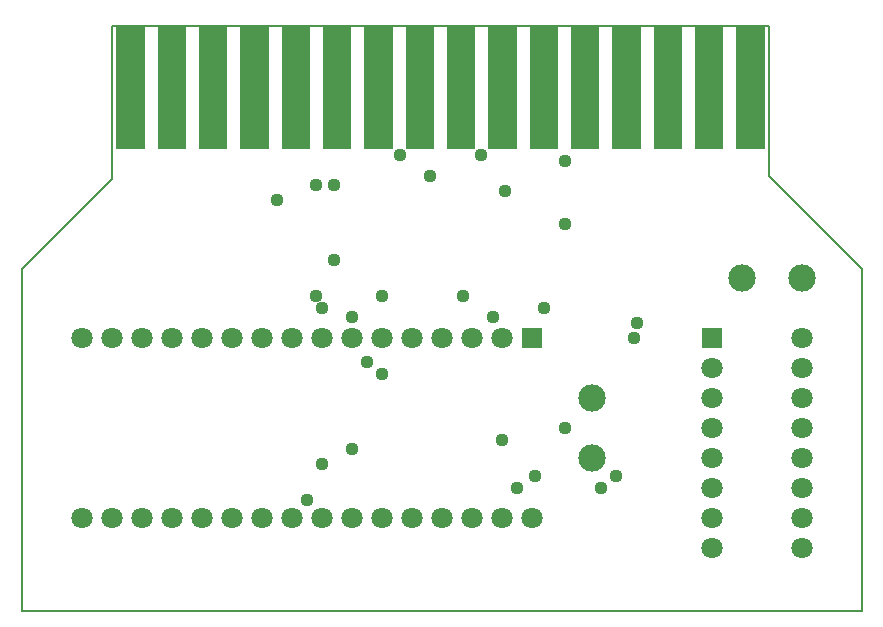
<source format=gts>
G04 FreePCB version 1.200*
G04 \\DISKSTATION\museum\Computers\RK86\Clones\Apogey BK-01\RomDisk\My\CAM\top_mask.grb*
G04  layer *
G04 Scale: 100 percent, Rotated: No, Reflected: No *
%FSLAX26Y26*%
%MOIN*%
%LNTop*%
%ADD10C,0.005000*%
%ADD11R,0.071000X0.071000*%
%ADD12C,0.071000*%
%ADD13C,0.091000*%
%ADD14C,0.044000*%
%ADD15C,0.016000*%
G90*
G70D02*

G04 ----------------------- Draw board outline (positive)*
%LPD*%
G54D10*
G01X2310000Y4140000D02*
G01X4490000Y4140000D01*
G04 end of side 1*
G01X4490000Y3640000D01*
G04 end of side 2*
G01X4800000Y3330000D01*
G04 end of side 3*
G01X4800000Y2190000D01*
G04 end of side 4*
G01X2000000Y2190000D01*
G04 end of side 5*
G01X2000000Y3330000D01*
G04 end of side 6*
G01X2300000Y3630000D01*
G04 end of side 7*
G01X2300000Y4140000D01*
G04 end of side 8*
G01X2320000Y4140000D01*
G04 end of side 9*
G01X2310000Y4140000D01*

G04 -------------- Draw Parts, Pads, Traces, Vias and Text (positive)*
%LPD*%
G04 Draw part D1*
G54D11*
G01X3700000Y3100000D03*
G54D12*
G01X3600000Y3100000D03*
G01X3500000Y3100000D03*
G01X3400000Y3100000D03*
G01X3300000Y3100000D03*
G01X3200000Y3100000D03*
G01X3100000Y3100000D03*
G01X3000000Y3100000D03*
G01X2900000Y3100000D03*
G01X2800000Y3100000D03*
G01X2700000Y3100000D03*
G01X2600000Y3100000D03*
G01X2500000Y3100000D03*
G01X2400000Y3100000D03*
G01X2300000Y3100000D03*
G01X2200000Y3100000D03*
G01X2200000Y2500000D03*
G01X2300000Y2500000D03*
G01X2400000Y2500000D03*
G01X2500000Y2500000D03*
G01X2600000Y2500000D03*
G01X2700000Y2500000D03*
G01X2800000Y2500000D03*
G01X2900000Y2500000D03*
G01X3000000Y2500000D03*
G01X3100000Y2500000D03*
G01X3200000Y2500000D03*
G01X3300000Y2500000D03*
G01X3400000Y2500000D03*
G01X3500000Y2500000D03*
G01X3600000Y2500000D03*
G01X3700000Y2500000D03*
G04 Draw part B*
G36*
G01X2314834Y3732157D02*
G01X2314834Y4141858D01*
G01X2409574Y4141858D01*
G01X2409574Y3732157D01*
G01X2314834Y3732157D01*
G37*
G36*
G01X2452629Y3732157D02*
G01X2452629Y4141858D01*
G01X2547370Y4141858D01*
G01X2547370Y3732157D01*
G01X2452629Y3732157D01*
G37*
G36*
G01X2590425Y3732157D02*
G01X2590425Y4141858D01*
G01X2685165Y4141858D01*
G01X2685165Y3732157D01*
G01X2590425Y3732157D01*
G37*
G36*
G01X2728220Y3732157D02*
G01X2728220Y4141858D01*
G01X2822960Y4141858D01*
G01X2822960Y3732157D01*
G01X2728220Y3732157D01*
G37*
G36*
G01X2866015Y3732157D02*
G01X2866015Y4141858D01*
G01X2960755Y4141858D01*
G01X2960755Y3732157D01*
G01X2866015Y3732157D01*
G37*
G36*
G01X3003811Y3732157D02*
G01X3003811Y4141858D01*
G01X3098551Y4141858D01*
G01X3098551Y3732157D01*
G01X3003811Y3732157D01*
G37*
G36*
G01X3141606Y3732157D02*
G01X3141606Y4141858D01*
G01X3236346Y4141858D01*
G01X3236346Y3732157D01*
G01X3141606Y3732157D01*
G37*
G36*
G01X3279401Y3732157D02*
G01X3279401Y4141858D01*
G01X3374141Y4141858D01*
G01X3374141Y3732157D01*
G01X3279401Y3732157D01*
G37*
G36*
G01X3417196Y3732157D02*
G01X3417196Y4141858D01*
G01X3511937Y4141858D01*
G01X3511937Y3732157D01*
G01X3417196Y3732157D01*
G37*
G36*
G01X3554992Y3732157D02*
G01X3554992Y4141858D01*
G01X3649732Y4141858D01*
G01X3649732Y3732157D01*
G01X3554992Y3732157D01*
G37*
G36*
G01X3692787Y3732157D02*
G01X3692787Y4141858D01*
G01X3787527Y4141858D01*
G01X3787527Y3732157D01*
G01X3692787Y3732157D01*
G37*
G36*
G01X3830582Y3732157D02*
G01X3830582Y4141858D01*
G01X3925322Y4141858D01*
G01X3925322Y3732157D01*
G01X3830582Y3732157D01*
G37*
G36*
G01X3968377Y3732157D02*
G01X3968377Y4141858D01*
G01X4063118Y4141858D01*
G01X4063118Y3732157D01*
G01X3968377Y3732157D01*
G37*
G36*
G01X4106173Y3732157D02*
G01X4106173Y4141858D01*
G01X4200913Y4141858D01*
G01X4200913Y3732157D01*
G01X4106173Y3732157D01*
G37*
G36*
G01X4243968Y3732157D02*
G01X4243968Y4141858D01*
G01X4338708Y4141858D01*
G01X4338708Y3732157D01*
G01X4243968Y3732157D01*
G37*
G36*
G01X4381763Y3732157D02*
G01X4381763Y4141858D01*
G01X4476503Y4141858D01*
G01X4476503Y3732157D01*
G01X4381763Y3732157D01*
G37*
G04 Draw part A*
G04 Draw part D2*
G54D11*
G01X4300000Y3100000D03*
G54D12*
G01X4300000Y3000000D03*
G01X4300000Y2900000D03*
G01X4300000Y2800000D03*
G01X4300000Y2700000D03*
G01X4300000Y2600000D03*
G01X4300000Y2500000D03*
G01X4300000Y2400000D03*
G01X4600000Y2400000D03*
G01X4600000Y2500000D03*
G01X4600000Y2600000D03*
G01X4600000Y2700000D03*
G01X4600000Y2800000D03*
G01X4600000Y2900000D03*
G01X4600000Y3000000D03*
G01X4600000Y3100000D03*
G04 Draw part C1*
G54D13*
G01X4400000Y3300000D03*
G01X4600000Y3300000D03*
G04 Draw part C2*
G01X3900000Y2900000D03*
G01X3900000Y2700000D03*

G04 Draw traces*
G54D14*
G01X2980000Y3610000D03*
G01X2980000Y3240000D03*
G01X2950000Y2560000D03*
G01X3610000Y3590000D03*
G01X4050000Y3150000D03*
G01X3600000Y2760000D03*
G01X3650000Y2600000D03*
G01X3930000Y2600000D03*
G01X3810000Y3690000D03*
G01X3810000Y3480000D03*
G01X3810000Y2800000D03*
G01X4040000Y3100000D03*
G01X3980000Y2640000D03*
G01X3710000Y2640000D03*
G01X3740000Y3200000D03*
G01X3000000Y3200000D03*
G01X2850000Y3560000D03*
G01X3570000Y3170000D03*
G01X3100000Y3170000D03*
G01X3470000Y3240000D03*
G01X3200000Y3240000D03*
G01X3150000Y3020000D03*
G01X3260000Y3710000D03*
G01X3100000Y2730000D03*
G01X3040000Y3610000D03*
G01X3040000Y3360000D03*
G01X3530000Y3710000D03*
G01X3000000Y2680000D03*
G01X3360000Y3640000D03*
G01X3200000Y2980000D03*

G04 Draw Text*

G04 Draw solder mask cutouts*
G54D15*
M00*
M02*

</source>
